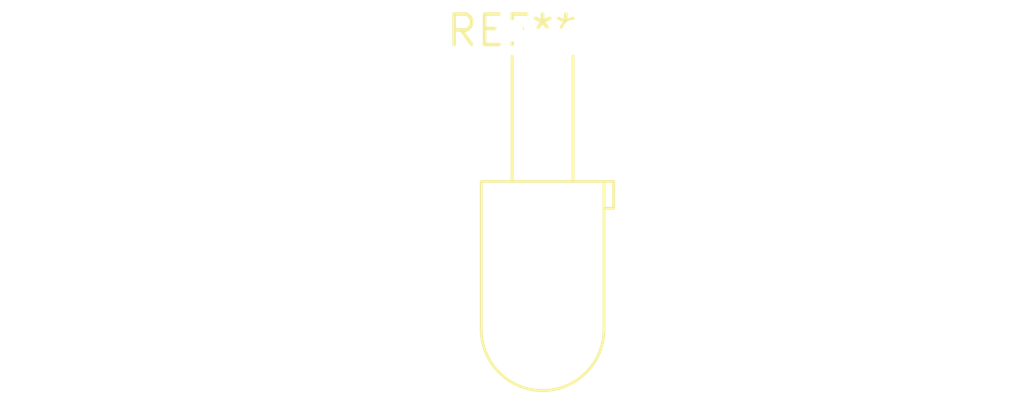
<source format=kicad_pcb>
(kicad_pcb (version 20240108) (generator pcbnew)
  (layers (0 "F.Cu" signal) (31 "B.Cu" signal) (34 "B.Paste" user) (35 "F.Paste" user) (36 "B.SilkS" user "B.Silkscreen") (37 "F.SilkS" user "F.Silkscreen") (38 "B.Mask" user) (39 "F.Mask" user) (44 "Edge.Cuts" user))
  (net 0 "")
  (footprint "LED_D5.0mm_Horizontal_O6.35mm_Z15.0mm" (layer "F.Cu") (at 0 0)
    (property "Reference" "REF**")
    (property "Value" "LED_D5.0mm_Horizontal_O6.35mm_Z15.0mm")
    (fp_line (start -1.29 6.29) (end -1.29 12.45) (layer "F.SilkS") (stroke (width 0.12)))
    (fp_line (start -1.29 6.29) (end 3.83 6.29) (layer "F.SilkS") (stroke (width 0.12)))
    (fp_line (start 0 1.08) (end 0 1.08) (layer "F.SilkS") (stroke (width 0.12)))
    (fp_line (start 0 1.08) (end 0 6.29) (layer "F.SilkS") (stroke (width 0.12)))
    (fp_line (start 0 6.29) (end 0 1.08) (layer "F.SilkS") (stroke (width 0.12)))
    (fp_line (start 0 6.29) (end 0 6.29) (layer "F.SilkS") (stroke (width 0.12)))
    (fp_line (start 2.54 1.08) (end 2.54 1.08) (layer "F.SilkS") (stroke (width 0.12)))
    (fp_line (start 2.54 1.08) (end 2.54 6.29) (layer "F.SilkS") (stroke (width 0.12)))
    (fp_line (start 2.54 6.29) (end 2.54 1.08) (layer "F.SilkS") (stroke (width 0.12)))
    (fp_line (start 2.54 6.29) (end 2.54 6.29) (layer "F.SilkS") (stroke (width 0.12)))
    (fp_line (start 3.83 6.29) (end 3.83 12.45) (layer "F.SilkS") (stroke (width 0.12)))
    (fp_line (start 3.83 6.29) (end 4.23 6.29) (layer "F.SilkS") (stroke (width 0.12)))
    (fp_line (start 3.83 7.41) (end 3.83 6.29) (layer "F.SilkS") (stroke (width 0.12)))
    (fp_line (start 4.23 6.29) (end 4.23 7.41) (layer "F.SilkS") (stroke (width 0.12)))
    (fp_line (start 4.23 7.41) (end 3.83 7.41) (layer "F.SilkS") (stroke (width 0.12)))
    (fp_arc (start 3.83 12.45) (mid 1.27 15.01) (end -1.29 12.45) (layer "F.SilkS") (stroke (width 0.12)))
    (pad "1" thru_hole rect (at 0 0) (size 1.8 1.8) (drill 0.9) (layers *.Cu *.Mask) (remove_unused_layers))
    (pad "2" thru_hole circle (at 2.54 0) (size 1.8 1.8) (drill 0.9) (layers *.Cu *.Mask) (remove_unused_layers))
  )
)
</source>
